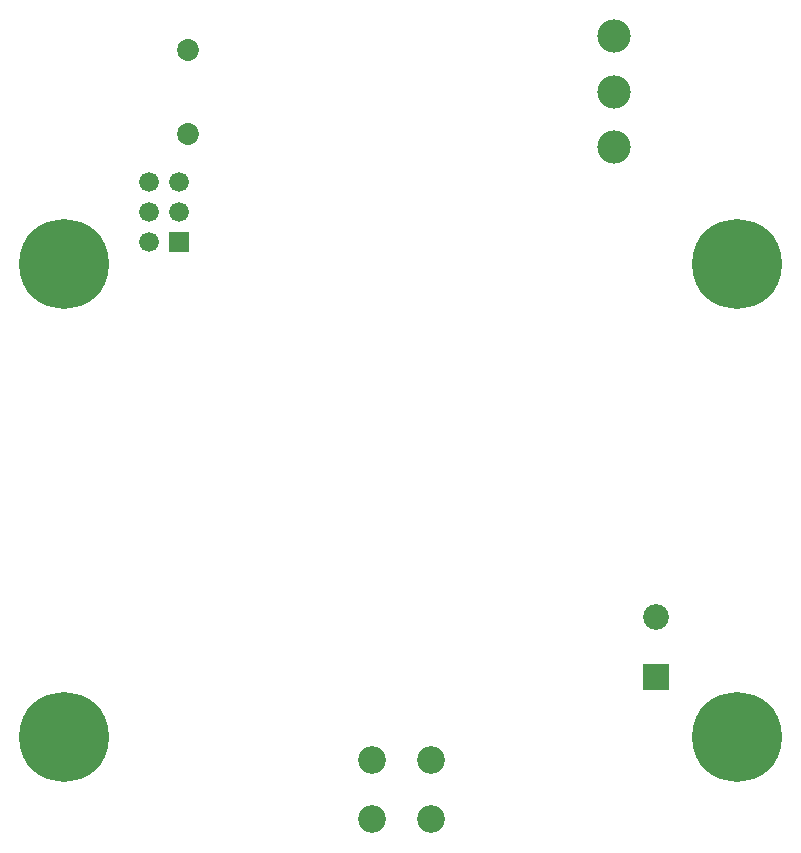
<source format=gbr>
G04 start of page 8 for group -4062 idx -4062 *
G04 Title: (unknown), soldermask *
G04 Creator: pcb 20110918 *
G04 CreationDate: Mon 25 May 2015 02:47:13 AM GMT UTC *
G04 For: railfan *
G04 Format: Gerber/RS-274X *
G04 PCB-Dimensions: 269500 307800 *
G04 PCB-Coordinate-Origin: lower left *
%MOIN*%
%FSLAX25Y25*%
%LNBOTTOMMASK*%
%ADD93C,0.1110*%
%ADD92C,0.0860*%
%ADD91C,0.0920*%
%ADD90C,0.0730*%
%ADD89C,0.0660*%
%ADD88C,0.0001*%
%ADD87C,0.2997*%
G54D87*X22600Y200400D03*
Y42900D03*
G54D88*G36*
X57700Y211100D02*Y204500D01*
X64300D01*
Y211100D01*
X57700D01*
G37*
G54D89*X61000Y217800D03*
X51000Y207800D03*
Y217800D03*
X61000Y227800D03*
X51000D03*
G54D90*X64000Y243750D03*
Y271850D03*
G54D87*X246900Y200400D03*
Y42900D03*
G54D91*X125157Y35143D03*
Y15457D03*
X144843Y35143D03*
Y15457D03*
G54D88*G36*
X215700Y67100D02*Y58500D01*
X224300D01*
Y67100D01*
X215700D01*
G37*
G54D92*X220000Y82800D03*
G54D93*X206000Y276300D03*
Y257800D03*
Y239300D03*
M02*

</source>
